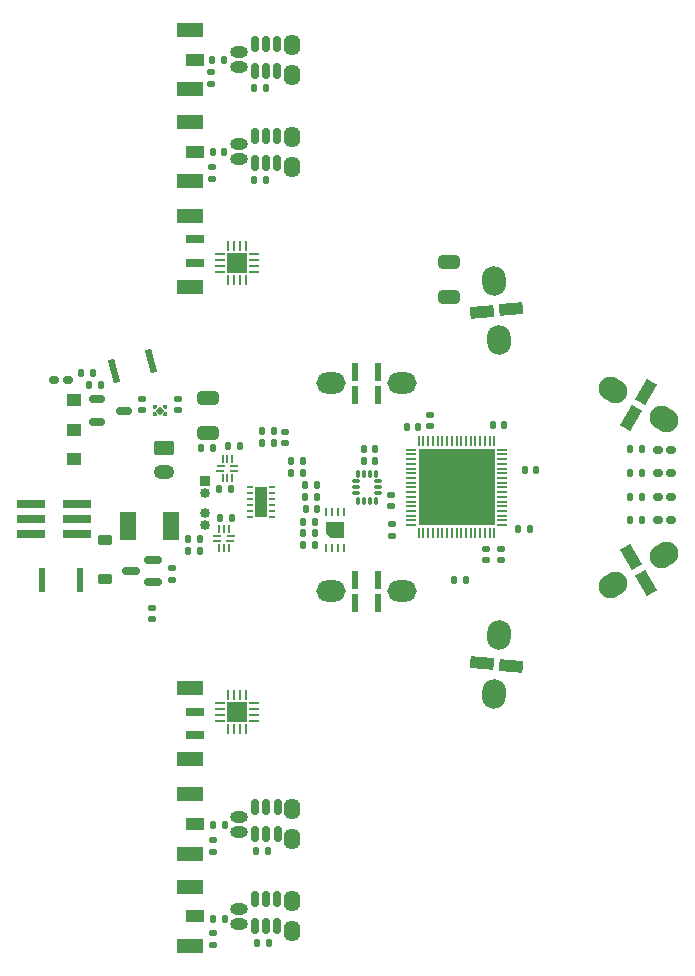
<source format=gbr>
%TF.GenerationSoftware,KiCad,Pcbnew,8.0.3*%
%TF.CreationDate,2024-06-29T22:13:22+09:00*%
%TF.ProjectId,makyi_mouse,6d616b79-695f-46d6-9f75-73652e6b6963,rev?*%
%TF.SameCoordinates,Original*%
%TF.FileFunction,Soldermask,Top*%
%TF.FilePolarity,Negative*%
%FSLAX46Y46*%
G04 Gerber Fmt 4.6, Leading zero omitted, Abs format (unit mm)*
G04 Created by KiCad (PCBNEW 8.0.3) date 2024-06-29 22:13:22*
%MOMM*%
%LPD*%
G01*
G04 APERTURE LIST*
G04 Aperture macros list*
%AMRoundRect*
0 Rectangle with rounded corners*
0 $1 Rounding radius*
0 $2 $3 $4 $5 $6 $7 $8 $9 X,Y pos of 4 corners*
0 Add a 4 corners polygon primitive as box body*
4,1,4,$2,$3,$4,$5,$6,$7,$8,$9,$2,$3,0*
0 Add four circle primitives for the rounded corners*
1,1,$1+$1,$2,$3*
1,1,$1+$1,$4,$5*
1,1,$1+$1,$6,$7*
1,1,$1+$1,$8,$9*
0 Add four rect primitives between the rounded corners*
20,1,$1+$1,$2,$3,$4,$5,0*
20,1,$1+$1,$4,$5,$6,$7,0*
20,1,$1+$1,$6,$7,$8,$9,0*
20,1,$1+$1,$8,$9,$2,$3,0*%
%AMHorizOval*
0 Thick line with rounded ends*
0 $1 width*
0 $2 $3 position (X,Y) of the first rounded end (center of the circle)*
0 $4 $5 position (X,Y) of the second rounded end (center of the circle)*
0 Add line between two ends*
20,1,$1,$2,$3,$4,$5,0*
0 Add two circle primitives to create the rounded ends*
1,1,$1,$2,$3*
1,1,$1,$4,$5*%
%AMRotRect*
0 Rectangle, with rotation*
0 The origin of the aperture is its center*
0 $1 length*
0 $2 width*
0 $3 Rotation angle, in degrees counterclockwise*
0 Add horizontal line*
21,1,$1,$2,0,0,$3*%
%AMOutline5P*
0 Free polygon, 5 corners , with rotation*
0 The origin of the aperture is its center*
0 number of corners: always 5*
0 $1 to $10 corner X, Y*
0 $11 Rotation angle, in degrees counterclockwise*
0 create outline with 5 corners*
4,1,5,$1,$2,$3,$4,$5,$6,$7,$8,$9,$10,$1,$2,$11*%
%AMOutline6P*
0 Free polygon, 6 corners , with rotation*
0 The origin of the aperture is its center*
0 number of corners: always 6*
0 $1 to $12 corner X, Y*
0 $13 Rotation angle, in degrees counterclockwise*
0 create outline with 6 corners*
4,1,6,$1,$2,$3,$4,$5,$6,$7,$8,$9,$10,$11,$12,$1,$2,$13*%
%AMOutline7P*
0 Free polygon, 7 corners , with rotation*
0 The origin of the aperture is its center*
0 number of corners: always 7*
0 $1 to $14 corner X, Y*
0 $15 Rotation angle, in degrees counterclockwise*
0 create outline with 7 corners*
4,1,7,$1,$2,$3,$4,$5,$6,$7,$8,$9,$10,$11,$12,$13,$14,$1,$2,$15*%
%AMOutline8P*
0 Free polygon, 8 corners , with rotation*
0 The origin of the aperture is its center*
0 number of corners: always 8*
0 $1 to $16 corner X, Y*
0 $17 Rotation angle, in degrees counterclockwise*
0 create outline with 8 corners*
4,1,8,$1,$2,$3,$4,$5,$6,$7,$8,$9,$10,$11,$12,$13,$14,$15,$16,$1,$2,$17*%
G04 Aperture macros list end*
%ADD10O,1.500000X1.000000*%
%ADD11RoundRect,0.135000X0.135000X0.185000X-0.135000X0.185000X-0.135000X-0.185000X0.135000X-0.185000X0*%
%ADD12RoundRect,0.140000X0.140000X0.170000X-0.140000X0.170000X-0.140000X-0.170000X0.140000X-0.170000X0*%
%ADD13RoundRect,0.135000X-0.135000X-0.185000X0.135000X-0.185000X0.135000X0.185000X-0.135000X0.185000X0*%
%ADD14RoundRect,0.135000X-0.185000X0.135000X-0.185000X-0.135000X0.185000X-0.135000X0.185000X0.135000X0*%
%ADD15RoundRect,0.140000X-0.170000X0.140000X-0.170000X-0.140000X0.170000X-0.140000X0.170000X0.140000X0*%
%ADD16R,1.500000X1.000000*%
%ADD17R,2.200000X1.200000*%
%ADD18RoundRect,0.140000X-0.140000X-0.170000X0.140000X-0.170000X0.140000X0.170000X-0.140000X0.170000X0*%
%ADD19RoundRect,0.160000X0.222500X0.160000X-0.222500X0.160000X-0.222500X-0.160000X0.222500X-0.160000X0*%
%ADD20RoundRect,0.150000X0.587500X0.150000X-0.587500X0.150000X-0.587500X-0.150000X0.587500X-0.150000X0*%
%ADD21RoundRect,0.225000X-0.375000X0.225000X-0.375000X-0.225000X0.375000X-0.225000X0.375000X0.225000X0*%
%ADD22O,1.400000X1.800000*%
%ADD23RotRect,2.000000X1.000000X175.000000*%
%ADD24HorizOval,2.000000X-0.021789X-0.249049X0.021789X0.249049X0*%
%ADD25R,0.500000X0.250000*%
%ADD26R,1.000000X2.650000*%
%ADD27RotRect,2.000000X1.000000X120.000000*%
%ADD28HorizOval,2.000000X-0.216506X-0.125000X0.216506X0.125000X0*%
%ADD29RotRect,2.000000X1.000000X240.000000*%
%ADD30HorizOval,2.000000X0.216506X-0.125000X-0.216506X0.125000X0*%
%ADD31RoundRect,0.050000X-0.300000X-0.050000X0.300000X-0.050000X0.300000X0.050000X-0.300000X0.050000X0*%
%ADD32RoundRect,0.050000X-0.250000X-0.050000X0.250000X-0.050000X0.250000X0.050000X-0.250000X0.050000X0*%
%ADD33RoundRect,0.050000X0.050000X-0.250000X0.050000X0.250000X-0.050000X0.250000X-0.050000X-0.250000X0*%
%ADD34RoundRect,0.050000X0.250000X0.050000X-0.250000X0.050000X-0.250000X-0.050000X0.250000X-0.050000X0*%
%ADD35RoundRect,0.050000X-0.050000X0.250000X-0.050000X-0.250000X0.050000X-0.250000X0.050000X0.250000X0*%
%ADD36RoundRect,0.062500X-0.062500X0.325000X-0.062500X-0.325000X0.062500X-0.325000X0.062500X0.325000X0*%
%ADD37RoundRect,0.062500X-0.325000X0.062500X-0.325000X-0.062500X0.325000X-0.062500X0.325000X0.062500X0*%
%ADD38R,1.750000X1.750000*%
%ADD39RoundRect,0.250000X0.650000X-0.325000X0.650000X0.325000X-0.650000X0.325000X-0.650000X-0.325000X0*%
%ADD40RoundRect,0.062500X0.400000X0.062500X-0.400000X0.062500X-0.400000X-0.062500X0.400000X-0.062500X0*%
%ADD41RoundRect,0.062500X0.062500X0.400000X-0.062500X0.400000X-0.062500X-0.400000X0.062500X-0.400000X0*%
%ADD42R,6.400000X6.400000*%
%ADD43RoundRect,0.140000X0.170000X-0.140000X0.170000X0.140000X-0.170000X0.140000X-0.170000X-0.140000X0*%
%ADD44R,0.550000X2.000000*%
%ADD45R,0.250000X0.800000*%
%ADD46R,0.250000X0.680000*%
%ADD47Outline5P,-0.700000X0.380000X-0.280000X0.800000X0.700000X0.800000X0.700000X-0.800000X-0.700000X-0.800000X90.000000*%
%ADD48RoundRect,0.087500X0.087500X-0.225000X0.087500X0.225000X-0.087500X0.225000X-0.087500X-0.225000X0*%
%ADD49RoundRect,0.087500X0.225000X-0.087500X0.225000X0.087500X-0.225000X0.087500X-0.225000X-0.087500X0*%
%ADD50RoundRect,0.050000X0.300000X0.050000X-0.300000X0.050000X-0.300000X-0.050000X0.300000X-0.050000X0*%
%ADD51R,1.500000X0.700000*%
%ADD52RoundRect,0.150000X-0.512500X-0.150000X0.512500X-0.150000X0.512500X0.150000X-0.512500X0.150000X0*%
%ADD53RotRect,2.000000X1.000000X185.000000*%
%ADD54HorizOval,2.000000X0.021789X-0.249049X-0.021789X0.249049X0*%
%ADD55O,2.500000X1.800000*%
%ADD56R,0.600000X1.500000*%
%ADD57RoundRect,0.160000X-0.222500X-0.160000X0.222500X-0.160000X0.222500X0.160000X-0.222500X0.160000X0*%
%ADD58R,2.400000X0.760000*%
%ADD59Outline5P,-0.130000X0.195000X0.000000X0.195000X0.130000X0.065000X0.130000X-0.195000X-0.130000X-0.195000X90.000000*%
%ADD60RotRect,0.500000X0.500000X135.000000*%
%ADD61Outline5P,-0.130000X0.065000X0.000000X0.195000X0.130000X0.195000X0.130000X-0.195000X-0.130000X-0.195000X90.000000*%
%ADD62Outline5P,-0.130000X0.195000X0.130000X0.195000X0.130000X-0.195000X0.000000X-0.195000X-0.130000X-0.065000X90.000000*%
%ADD63Outline5P,-0.130000X0.195000X0.130000X0.195000X0.130000X-0.065000X0.000000X-0.195000X-0.130000X-0.195000X90.000000*%
%ADD64R,0.850000X0.850000*%
%ADD65O,0.850000X0.850000*%
%ADD66RotRect,0.550000X2.000000X15.000000*%
%ADD67RoundRect,0.250000X-0.625000X0.350000X-0.625000X-0.350000X0.625000X-0.350000X0.625000X0.350000X0*%
%ADD68O,1.750000X1.200000*%
%ADD69C,0.850000*%
%ADD70R,1.450000X2.400000*%
%ADD71R,1.200000X1.000000*%
%ADD72RoundRect,0.150000X-0.150000X0.512500X-0.150000X-0.512500X0.150000X-0.512500X0.150000X0.512500X0*%
G04 APERTURE END LIST*
D10*
%TO.C,Q6*%
X139200000Y-52235000D03*
X139200000Y-50965000D03*
%TD*%
%TO.C,Q5*%
X139200000Y-115665000D03*
X139200000Y-116935000D03*
%TD*%
%TO.C,Q4*%
X139200000Y-107865000D03*
X139200000Y-109135000D03*
%TD*%
%TO.C,Q3*%
X139200000Y-43165000D03*
X139200000Y-44435000D03*
%TD*%
D11*
%TO.C,R33*%
X138610000Y-82600000D03*
X137590000Y-82600000D03*
%TD*%
D12*
%TO.C,C18*%
X145780000Y-81800000D03*
X144820000Y-81800000D03*
%TD*%
D13*
%TO.C,R3*%
X141090000Y-76200000D03*
X142110000Y-76200000D03*
%TD*%
D14*
%TO.C,R14*%
X137000000Y-117690000D03*
X137000000Y-118710000D03*
%TD*%
D15*
%TO.C,C27*%
X131800000Y-90200000D03*
X131800000Y-91160000D03*
%TD*%
D16*
%TO.C,J9*%
X135500000Y-51600000D03*
D17*
X135000000Y-54100000D03*
X135000000Y-49100000D03*
%TD*%
D18*
%TO.C,C25*%
X163370000Y-78500000D03*
X164330000Y-78500000D03*
%TD*%
D19*
%TO.C,D8*%
X175772500Y-80800000D03*
X174627500Y-80800000D03*
%TD*%
D11*
%TO.C,R22*%
X145610000Y-82900000D03*
X144590000Y-82900000D03*
%TD*%
D20*
%TO.C,Q1*%
X131937500Y-88050000D03*
X131937500Y-86150000D03*
X130062500Y-87100000D03*
%TD*%
D21*
%TO.C,D2*%
X127800000Y-84450000D03*
X127800000Y-87750000D03*
%TD*%
D14*
%TO.C,R11*%
X137000000Y-109840000D03*
X137000000Y-110860000D03*
%TD*%
D22*
%TO.C,D4*%
X143700000Y-107230000D03*
X143700000Y-109770000D03*
%TD*%
D14*
%TO.C,R5*%
X133500000Y-86790000D03*
X133500000Y-87810000D03*
%TD*%
D23*
%TO.C,J6*%
X159754757Y-94891055D03*
X162245243Y-95108945D03*
D24*
X160782111Y-97490487D03*
X161217889Y-92509513D03*
%TD*%
D12*
%TO.C,C4*%
X150730000Y-76750000D03*
X149770000Y-76750000D03*
%TD*%
D13*
%TO.C,R35*%
X134890000Y-85400000D03*
X135910000Y-85400000D03*
%TD*%
%TO.C,R25*%
X172290000Y-82800000D03*
X173310000Y-82800000D03*
%TD*%
%TO.C,R26*%
X172290000Y-80800000D03*
X173310000Y-80800000D03*
%TD*%
D25*
%TO.C,U3*%
X140100000Y-80000000D03*
X140100000Y-80500000D03*
X140100000Y-81000000D03*
X140100000Y-81500000D03*
X140100000Y-82000000D03*
X140100000Y-82500000D03*
X142000000Y-82500000D03*
X142000000Y-82000000D03*
X142000000Y-81500000D03*
X142000000Y-81000000D03*
X142000000Y-80500000D03*
X142000000Y-80000000D03*
D26*
X141050000Y-81250000D03*
%TD*%
D14*
%TO.C,R17*%
X136900000Y-52890000D03*
X136900000Y-53910000D03*
%TD*%
D27*
%TO.C,J3*%
X172375000Y-85917468D03*
X173625000Y-88082532D03*
D28*
X170834936Y-88250000D03*
X175165064Y-85750000D03*
%TD*%
D29*
%TO.C,J5*%
X172375000Y-74082532D03*
X173625000Y-71917468D03*
D30*
X175165064Y-74250000D03*
X170834936Y-71750000D03*
%TD*%
D31*
%TO.C,U14*%
X137650000Y-78200000D03*
D32*
X137600000Y-78600000D03*
D33*
X137800000Y-79200000D03*
X138200000Y-79200000D03*
X138600000Y-79200000D03*
D34*
X138800000Y-78600000D03*
X138800000Y-78200000D03*
D35*
X138600000Y-77600000D03*
X138200000Y-77600000D03*
X137800000Y-77600000D03*
%TD*%
D13*
%TO.C,R4*%
X141090000Y-75200000D03*
X142110000Y-75200000D03*
%TD*%
D36*
%TO.C,U9*%
X139750000Y-59537500D03*
X139250000Y-59537500D03*
X138750000Y-59537500D03*
X138250000Y-59537500D03*
D37*
X137537500Y-60250000D03*
X137537500Y-60750000D03*
X137537500Y-61250000D03*
X137537500Y-61750000D03*
D36*
X138250000Y-62462500D03*
X138750000Y-62462500D03*
X139250000Y-62462500D03*
X139750000Y-62462500D03*
D37*
X140462500Y-61750000D03*
X140462500Y-61250000D03*
X140462500Y-60750000D03*
X140462500Y-60250000D03*
D38*
X139000000Y-61000000D03*
%TD*%
D13*
%TO.C,R30*%
X137490000Y-80100000D03*
X138510000Y-80100000D03*
%TD*%
D39*
%TO.C,C7*%
X136600000Y-75375000D03*
X136600000Y-72425000D03*
%TD*%
D13*
%TO.C,R7*%
X143590000Y-78800000D03*
X144610000Y-78800000D03*
%TD*%
D40*
%TO.C,U11*%
X161487500Y-83200000D03*
X161487500Y-82800000D03*
X161487500Y-82400000D03*
X161487500Y-82000000D03*
X161487500Y-81600000D03*
X161487500Y-81200000D03*
X161487500Y-80800000D03*
X161487500Y-80400000D03*
X161487500Y-80000000D03*
X161487500Y-79600000D03*
X161487500Y-79200000D03*
X161487500Y-78800000D03*
X161487500Y-78400000D03*
X161487500Y-78000000D03*
X161487500Y-77600000D03*
X161487500Y-77200000D03*
X161487500Y-76800000D03*
D41*
X160800000Y-76112500D03*
X160400000Y-76112500D03*
X160000000Y-76112500D03*
X159600000Y-76112500D03*
X159200000Y-76112500D03*
X158800000Y-76112500D03*
X158400000Y-76112500D03*
X158000000Y-76112500D03*
X157600000Y-76112500D03*
X157200000Y-76112500D03*
X156800000Y-76112500D03*
X156400000Y-76112500D03*
X156000000Y-76112500D03*
X155600000Y-76112500D03*
X155200000Y-76112500D03*
X154800000Y-76112500D03*
X154400000Y-76112500D03*
D40*
X153712500Y-76800000D03*
X153712500Y-77200000D03*
X153712500Y-77600000D03*
X153712500Y-78000000D03*
X153712500Y-78400000D03*
X153712500Y-78800000D03*
X153712500Y-79200000D03*
X153712500Y-79600000D03*
X153712500Y-80000000D03*
X153712500Y-80400000D03*
X153712500Y-80800000D03*
X153712500Y-81200000D03*
X153712500Y-81600000D03*
X153712500Y-82000000D03*
X153712500Y-82400000D03*
X153712500Y-82800000D03*
X153712500Y-83200000D03*
D41*
X154400000Y-83887500D03*
X154800000Y-83887500D03*
X155200000Y-83887500D03*
X155600000Y-83887500D03*
X156000000Y-83887500D03*
X156400000Y-83887500D03*
X156800000Y-83887500D03*
X157200000Y-83887500D03*
X157600000Y-83887500D03*
X158000000Y-83887500D03*
X158400000Y-83887500D03*
X158800000Y-83887500D03*
X159200000Y-83887500D03*
X159600000Y-83887500D03*
X160000000Y-83887500D03*
X160400000Y-83887500D03*
X160800000Y-83887500D03*
D42*
X157600000Y-80000000D03*
%TD*%
D11*
%TO.C,R23*%
X145610000Y-83900000D03*
X144590000Y-83900000D03*
%TD*%
D18*
%TO.C,C22*%
X160670000Y-74750000D03*
X161630000Y-74750000D03*
%TD*%
D16*
%TO.C,J7*%
X135500000Y-116300000D03*
D17*
X135000000Y-118800000D03*
X135000000Y-113800000D03*
%TD*%
D13*
%TO.C,R20*%
X144790000Y-79800000D03*
X145810000Y-79800000D03*
%TD*%
D43*
%TO.C,C24*%
X152100000Y-84080000D03*
X152100000Y-83120000D03*
%TD*%
D13*
%TO.C,R28*%
X172290000Y-76790000D03*
X173310000Y-76790000D03*
%TD*%
D44*
%TO.C,SW2*%
X122475000Y-87800000D03*
X125725000Y-87800000D03*
%TD*%
D45*
%TO.C,U10*%
X146550000Y-85100000D03*
X147050000Y-85100000D03*
X147550000Y-85100000D03*
X148050000Y-85100000D03*
X148050000Y-82100000D03*
X147550000Y-82100000D03*
X147050000Y-82100000D03*
D46*
X146550000Y-82100000D03*
D47*
X147300000Y-83600000D03*
%TD*%
D48*
%TO.C,U2*%
X149250000Y-81162500D03*
X149750000Y-81162500D03*
X150250000Y-81162500D03*
X150750000Y-81162500D03*
D49*
X150912500Y-80500000D03*
X150912500Y-80000000D03*
X150912500Y-79500000D03*
D48*
X150750000Y-78837500D03*
X150250000Y-78837500D03*
X149750000Y-78837500D03*
X149250000Y-78837500D03*
D49*
X149087500Y-79500000D03*
X149087500Y-80000000D03*
X149087500Y-80500000D03*
%TD*%
D13*
%TO.C,R6*%
X143590000Y-77800000D03*
X144610000Y-77800000D03*
%TD*%
D50*
%TO.C,U12*%
X138450000Y-84500000D03*
D34*
X138500000Y-84100000D03*
D35*
X138300000Y-83500000D03*
X137900000Y-83500000D03*
X137500000Y-83500000D03*
D32*
X137300000Y-84100000D03*
X137300000Y-84500000D03*
D33*
X137500000Y-85100000D03*
X137900000Y-85100000D03*
X138300000Y-85100000D03*
%TD*%
D12*
%TO.C,C5*%
X150730000Y-77750000D03*
X149770000Y-77750000D03*
%TD*%
D11*
%TO.C,R31*%
X139310000Y-76500000D03*
X138290000Y-76500000D03*
%TD*%
D17*
%TO.C,J13*%
X135000000Y-57000000D03*
X135000000Y-57000000D03*
D51*
X135500000Y-59000000D03*
X135500000Y-61000000D03*
D17*
X135000000Y-63000000D03*
%TD*%
D52*
%TO.C,Q2*%
X127162500Y-72550000D03*
X127162500Y-74450000D03*
X129437500Y-73500000D03*
%TD*%
D22*
%TO.C,D6*%
X143700000Y-50330000D03*
X143700000Y-52870000D03*
%TD*%
D36*
%TO.C,U8*%
X139750000Y-97537500D03*
X139250000Y-97537500D03*
X138750000Y-97537500D03*
X138250000Y-97537500D03*
D37*
X137537500Y-98250000D03*
X137537500Y-98750000D03*
X137537500Y-99250000D03*
X137537500Y-99750000D03*
D36*
X138250000Y-100462500D03*
X138750000Y-100462500D03*
X139250000Y-100462500D03*
X139750000Y-100462500D03*
D37*
X140462500Y-99750000D03*
X140462500Y-99250000D03*
X140462500Y-98750000D03*
X140462500Y-98250000D03*
D38*
X139000000Y-99000000D03*
%TD*%
D53*
%TO.C,J8*%
X159754757Y-65108945D03*
X162245243Y-64891055D03*
D54*
X161217889Y-67490487D03*
X160782111Y-62509513D03*
%TD*%
D55*
%TO.C,J10*%
X152987300Y-71200000D03*
D56*
X150987300Y-70200000D03*
X148987300Y-70200000D03*
X150987300Y-72200000D03*
X148987300Y-72200000D03*
D55*
X146987300Y-71200000D03*
%TD*%
D11*
%TO.C,R34*%
X135910000Y-84400000D03*
X134890000Y-84400000D03*
%TD*%
D22*
%TO.C,D5*%
X143700000Y-115030000D03*
X143700000Y-117570000D03*
%TD*%
D13*
%TO.C,R32*%
X135990000Y-76700000D03*
X137010000Y-76700000D03*
%TD*%
D15*
%TO.C,C26*%
X161400000Y-85220000D03*
X161400000Y-86180000D03*
%TD*%
D11*
%TO.C,R29*%
X158410000Y-87800000D03*
X157390000Y-87800000D03*
%TD*%
D39*
%TO.C,C28*%
X157000000Y-63875000D03*
X157000000Y-60925000D03*
%TD*%
D18*
%TO.C,C21*%
X162820000Y-83500000D03*
X163780000Y-83500000D03*
%TD*%
D57*
%TO.C,D1*%
X123527500Y-70900000D03*
X124672500Y-70900000D03*
%TD*%
D58*
%TO.C,J14*%
X125450000Y-83970000D03*
X121550000Y-83970000D03*
X125450000Y-82700000D03*
X121550000Y-82700000D03*
X125450000Y-81430000D03*
X121550000Y-81430000D03*
%TD*%
D14*
%TO.C,R8*%
X136850000Y-44790000D03*
X136850000Y-45810000D03*
%TD*%
D19*
%TO.C,D10*%
X175800000Y-76810000D03*
X174655000Y-76810000D03*
%TD*%
D22*
%TO.C,D3*%
X143700000Y-42530000D03*
X143700000Y-45070000D03*
%TD*%
D11*
%TO.C,R1*%
X127510000Y-71300000D03*
X126490000Y-71300000D03*
%TD*%
D43*
%TO.C,C2*%
X134000000Y-73480000D03*
X134000000Y-72520000D03*
%TD*%
D59*
%TO.C,U1*%
X132905000Y-73825000D03*
D60*
X132500000Y-73500000D03*
D61*
X132905000Y-73175000D03*
D62*
X132095000Y-73175000D03*
D63*
X132095000Y-73825000D03*
%TD*%
D43*
%TO.C,C1*%
X131000000Y-73480000D03*
X131000000Y-72520000D03*
%TD*%
D16*
%TO.C,J4*%
X135500000Y-108500000D03*
D17*
X135000000Y-111000000D03*
X135000000Y-106000000D03*
%TD*%
D19*
%TO.C,D7*%
X175800000Y-82790000D03*
X174655000Y-82790000D03*
%TD*%
D12*
%TO.C,C23*%
X154330000Y-74850000D03*
X153370000Y-74850000D03*
%TD*%
D64*
%TO.C,M1*%
X136300000Y-79500000D03*
D65*
X136300000Y-80500000D03*
%TD*%
D66*
%TO.C,SW3*%
X128630371Y-70120581D03*
X131769629Y-69279419D03*
%TD*%
D55*
%TO.C,J12*%
X152987300Y-88800000D03*
D56*
X150987300Y-87800000D03*
X148987300Y-87800000D03*
X150987300Y-89800000D03*
X148987300Y-89800000D03*
D55*
X146987300Y-88800000D03*
%TD*%
D67*
%TO.C,J1*%
X132850000Y-76700000D03*
D68*
X132850000Y-78700000D03*
%TD*%
D13*
%TO.C,R21*%
X144790000Y-80800000D03*
X145810000Y-80800000D03*
%TD*%
D15*
%TO.C,C19*%
X160100000Y-85190000D03*
X160100000Y-86150000D03*
%TD*%
D69*
%TO.C,M2*%
X136300000Y-82200000D03*
D65*
X136300000Y-83200000D03*
%TD*%
D11*
%TO.C,R2*%
X126810000Y-70300000D03*
X125790000Y-70300000D03*
%TD*%
%TO.C,R24*%
X145610000Y-84900000D03*
X144590000Y-84900000D03*
%TD*%
D43*
%TO.C,C20*%
X155350000Y-74830000D03*
X155350000Y-73870000D03*
%TD*%
D70*
%TO.C,BZ1*%
X129775000Y-83300000D03*
X133425000Y-83300000D03*
%TD*%
D13*
%TO.C,R27*%
X172290000Y-78790000D03*
X173310000Y-78790000D03*
%TD*%
D71*
%TO.C,SW1*%
X125200000Y-72600000D03*
X125200000Y-75100000D03*
X125200000Y-77600000D03*
%TD*%
D43*
%TO.C,C3*%
X143100000Y-76280000D03*
X143100000Y-75320000D03*
%TD*%
D19*
%TO.C,D9*%
X175800000Y-78800000D03*
X174655000Y-78800000D03*
%TD*%
D15*
%TO.C,C6*%
X152050000Y-80620000D03*
X152050000Y-81580000D03*
%TD*%
D13*
%TO.C,R13*%
X140640000Y-110750000D03*
X141660000Y-110750000D03*
%TD*%
D72*
%TO.C,U6*%
X142400000Y-114862500D03*
X141450000Y-114862500D03*
X140500000Y-114862500D03*
X140500000Y-117137500D03*
X141450000Y-117137500D03*
X142400000Y-117137500D03*
%TD*%
D18*
%TO.C,C9*%
X137880000Y-43800000D03*
X136920000Y-43800000D03*
%TD*%
D13*
%TO.C,R16*%
X140690000Y-118550000D03*
X141710000Y-118550000D03*
%TD*%
%TO.C,R19*%
X140440000Y-53950000D03*
X141460000Y-53950000D03*
%TD*%
D72*
%TO.C,U5*%
X142450000Y-107062500D03*
X141500000Y-107062500D03*
X140550000Y-107062500D03*
X140550000Y-109337500D03*
X141500000Y-109337500D03*
X142450000Y-109337500D03*
%TD*%
%TO.C,U7*%
X142400000Y-50262500D03*
X141450000Y-50262500D03*
X140500000Y-50262500D03*
X140500000Y-52537500D03*
X141450000Y-52537500D03*
X142400000Y-52537500D03*
%TD*%
D13*
%TO.C,R10*%
X140490000Y-46150000D03*
X141510000Y-46150000D03*
%TD*%
D18*
%TO.C,C11*%
X137020000Y-108600000D03*
X137980000Y-108600000D03*
%TD*%
D72*
%TO.C,U4*%
X142400000Y-42462500D03*
X141450000Y-42462500D03*
X140500000Y-42462500D03*
X140500000Y-44737500D03*
X141450000Y-44737500D03*
X142400000Y-44737500D03*
%TD*%
D18*
%TO.C,C13*%
X137020000Y-116500000D03*
X137980000Y-116500000D03*
%TD*%
%TO.C,C15*%
X136970000Y-51600000D03*
X137930000Y-51600000D03*
%TD*%
D17*
%TO.C,J11*%
X135000000Y-103000000D03*
D51*
X135500000Y-101000000D03*
X135500000Y-99000000D03*
D17*
X135000000Y-97000000D03*
%TD*%
D16*
%TO.C,J2*%
X135500000Y-43800000D03*
D17*
X135000000Y-46300000D03*
X135000000Y-41300000D03*
%TD*%
M02*

</source>
